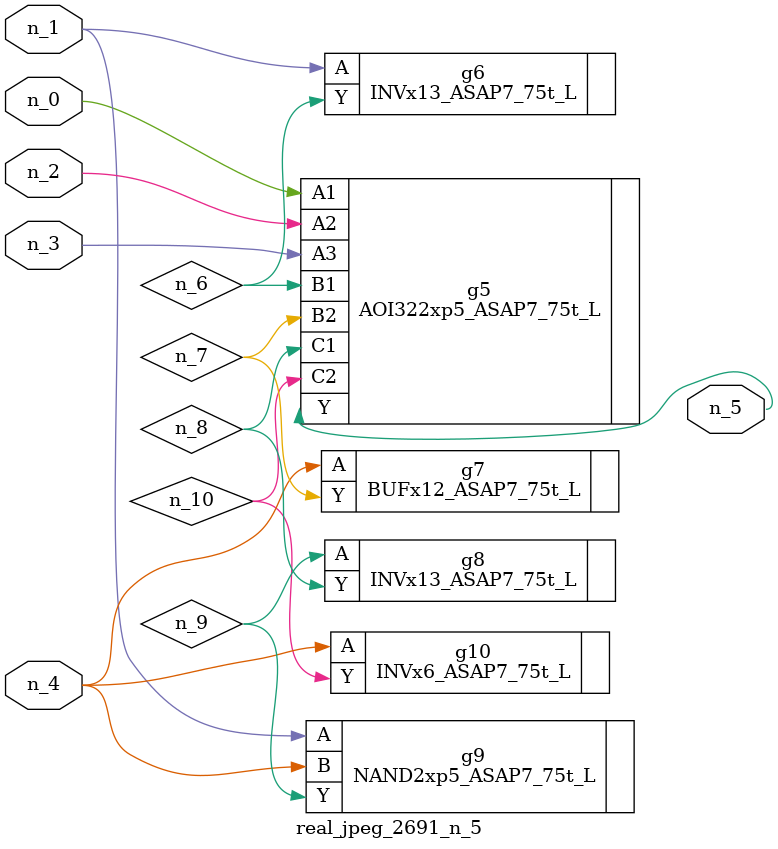
<source format=v>
module real_jpeg_2691_n_5 (n_4, n_0, n_1, n_2, n_3, n_5);

input n_4;
input n_0;
input n_1;
input n_2;
input n_3;

output n_5;

wire n_8;
wire n_6;
wire n_7;
wire n_10;
wire n_9;

AOI322xp5_ASAP7_75t_L g5 ( 
.A1(n_0),
.A2(n_2),
.A3(n_3),
.B1(n_6),
.B2(n_7),
.C1(n_8),
.C2(n_10),
.Y(n_5)
);

INVx13_ASAP7_75t_L g6 ( 
.A(n_1),
.Y(n_6)
);

NAND2xp5_ASAP7_75t_L g9 ( 
.A(n_1),
.B(n_4),
.Y(n_9)
);

BUFx12_ASAP7_75t_L g7 ( 
.A(n_4),
.Y(n_7)
);

INVx6_ASAP7_75t_L g10 ( 
.A(n_4),
.Y(n_10)
);

INVx13_ASAP7_75t_L g8 ( 
.A(n_9),
.Y(n_8)
);


endmodule
</source>
